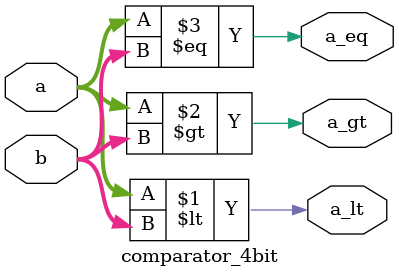
<source format=v>

module comparator_4bit(a,b,a_lt,a_gt,a_eq);
  input [3:0] a,b;
  output a_lt,a_gt,a_eq;
  
  assign a_lt = a<b;
   assign a_gt = a>b;
  assign a_eq = a==b;
endmodule

</source>
